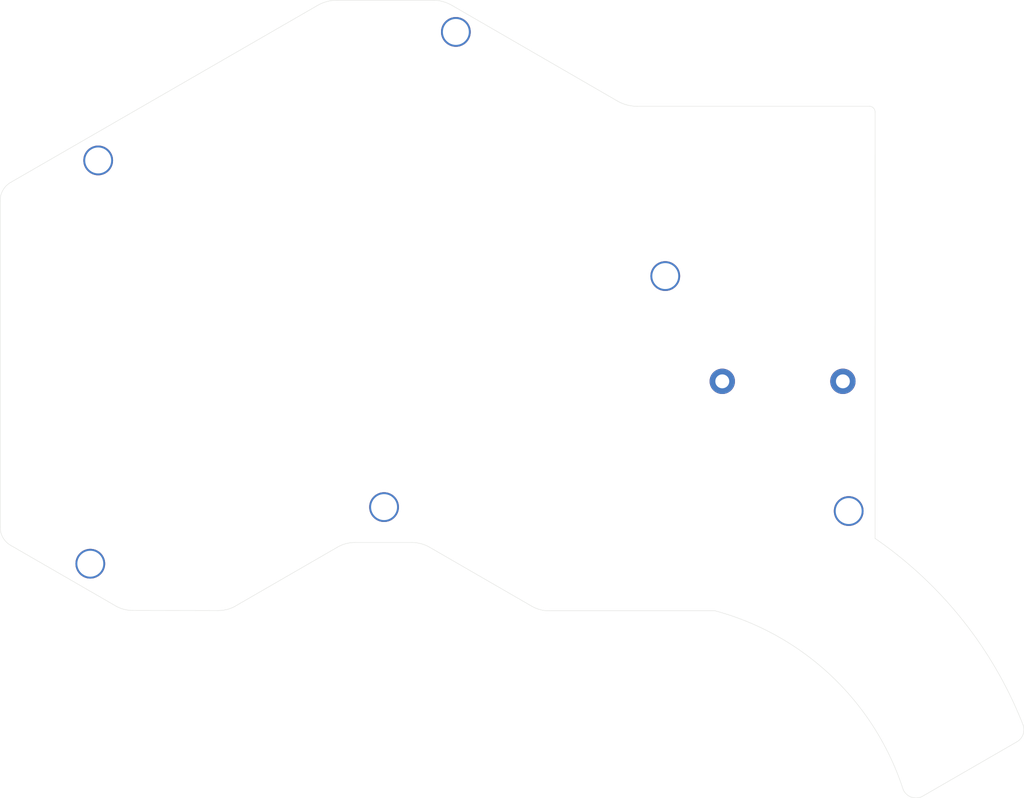
<source format=kicad_pcb>
(kicad_pcb (version 20171130) (host pcbnew 5.1.10-88a1d61d58~90~ubuntu20.04.1)

  (general
    (thickness 1.6)
    (drawings 28)
    (tracks 0)
    (zones 0)
    (modules 8)
    (nets 1)
  )

  (page A4)
  (layers
    (0 F.Cu signal)
    (31 B.Cu signal)
    (32 B.Adhes user)
    (33 F.Adhes user)
    (34 B.Paste user)
    (35 F.Paste user)
    (36 B.SilkS user)
    (37 F.SilkS user)
    (38 B.Mask user)
    (39 F.Mask user)
    (40 Dwgs.User user)
    (41 Cmts.User user)
    (42 Eco1.User user)
    (43 Eco2.User user)
    (44 Edge.Cuts user)
    (45 Margin user)
    (46 B.CrtYd user)
    (47 F.CrtYd user)
    (48 B.Fab user)
    (49 F.Fab user)
  )

  (setup
    (last_trace_width 0.25)
    (trace_clearance 0.2)
    (zone_clearance 0.508)
    (zone_45_only no)
    (trace_min 0.2)
    (via_size 0.8)
    (via_drill 0.4)
    (via_min_size 0.4)
    (via_min_drill 0.3)
    (uvia_size 0.3)
    (uvia_drill 0.1)
    (uvias_allowed no)
    (uvia_min_size 0.2)
    (uvia_min_drill 0.1)
    (edge_width 0.05)
    (segment_width 0.2)
    (pcb_text_width 0.3)
    (pcb_text_size 1.5 1.5)
    (mod_edge_width 0.12)
    (mod_text_size 1 1)
    (mod_text_width 0.15)
    (pad_size 3.429 3.429)
    (pad_drill 3.429)
    (pad_to_mask_clearance 0)
    (aux_axis_origin 0 0)
    (visible_elements FFFFFF7F)
    (pcbplotparams
      (layerselection 0x010fc_7ffffffe)
      (usegerberextensions false)
      (usegerberattributes true)
      (usegerberadvancedattributes true)
      (creategerberjobfile true)
      (excludeedgelayer true)
      (linewidth 0.100000)
      (plotframeref false)
      (viasonmask false)
      (mode 1)
      (useauxorigin false)
      (hpglpennumber 1)
      (hpglpenspeed 20)
      (hpglpendiameter 15.000000)
      (psnegative false)
      (psa4output false)
      (plotreference true)
      (plotvalue true)
      (plotinvisibletext false)
      (padsonsilk false)
      (subtractmaskfromsilk false)
      (outputformat 1)
      (mirror false)
      (drillshape 0)
      (scaleselection 1)
      (outputdirectory "gerbers/"))
  )

  (net 0 "")

  (net_class Default "This is the default net class."
    (clearance 0.2)
    (trace_width 0.25)
    (via_dia 0.8)
    (via_drill 0.4)
    (uvia_dia 0.3)
    (uvia_drill 0.1)
  )

  (module SofleKeyboard-footprint:M2_HOLE_PCB (layer F.Cu) (tedit 5D908E44) (tstamp 6123EBEF)
    (at 179.07 97.79)
    (path /61243782)
    (fp_text reference H7 (at 0 2.7) (layer F.SilkS) hide
      (effects (font (size 1 1) (thickness 0.15)))
    )
    (fp_text value Hole (at 0 -2.6) (layer F.Fab)
      (effects (font (size 1 1) (thickness 0.15)))
    )
    (pad "" thru_hole circle (at 0 0) (size 4 4) (drill 2.2) (layers *.Cu *.Mask Dwgs.User))
  )

  (module SofleKeyboard-footprint:HOLE_M2_TH (layer F.Cu) (tedit 5D908E75) (tstamp 6122C434)
    (at 170.0657 81.1657)
    (path /612F7C28)
    (fp_text reference H5 (at 0 -2.54) (layer F.SilkS) hide
      (effects (font (size 0.29972 0.29972) (thickness 0.0762)))
    )
    (fp_text value Hole (at 0 2.54) (layer F.SilkS) hide
      (effects (font (size 0.29972 0.29972) (thickness 0.0762)))
    )
    (pad "" thru_hole circle (at 0 0 90) (size 4.7 4.7) (drill 4.1) (layers *.Cu *.Mask Dwgs.User)
      (clearance 0.3))
  )

  (module SofleKeyboard-footprint:M2_HOLE_PCB (layer F.Cu) (tedit 5D908E44) (tstamp 6123EBF4)
    (at 198.12 97.79)
    (path /61242DC5)
    (fp_text reference H8 (at 0 2.7) (layer F.SilkS) hide
      (effects (font (size 1 1) (thickness 0.15)))
    )
    (fp_text value Hole (at 0 -2.6) (layer F.Fab)
      (effects (font (size 1 1) (thickness 0.15)))
    )
    (pad "" thru_hole circle (at 0 0) (size 4 4) (drill 2.2) (layers *.Cu *.Mask Dwgs.User))
  )

  (module SofleKeyboard-footprint:HOLE_M2_TH (layer F.Cu) (tedit 5D908E75) (tstamp 6122C42F)
    (at 199.0344 118.2751)
    (path /612F74B1)
    (fp_text reference H4 (at 0 -2.54) (layer F.SilkS) hide
      (effects (font (size 0.29972 0.29972) (thickness 0.0762)))
    )
    (fp_text value Hole (at 0 2.54) (layer F.SilkS) hide
      (effects (font (size 0.29972 0.29972) (thickness 0.0762)))
    )
    (pad "" thru_hole circle (at 0 0 90) (size 4.7 4.7) (drill 4.1) (layers *.Cu *.Mask Dwgs.User)
      (clearance 0.3))
  )

  (module SofleKeyboard-footprint:HOLE_M2_TH (layer F.Cu) (tedit 5D908E75) (tstamp 6122C439)
    (at 136.9949 42.6085)
    (path /612F858D)
    (fp_text reference H6 (at 0 -2.54) (layer F.SilkS) hide
      (effects (font (size 0.29972 0.29972) (thickness 0.0762)))
    )
    (fp_text value Hole (at 0 2.54) (layer F.SilkS) hide
      (effects (font (size 0.29972 0.29972) (thickness 0.0762)))
    )
    (pad "" thru_hole circle (at 0 0 90) (size 4.7 4.7) (drill 4.1) (layers *.Cu *.Mask Dwgs.User)
      (clearance 0.3))
  )

  (module SofleKeyboard-footprint:HOLE_M2_TH (layer F.Cu) (tedit 5D908E75) (tstamp 6122C42A)
    (at 125.6538 117.6528)
    (path /612F683B)
    (fp_text reference H3 (at 0 -2.54) (layer F.SilkS) hide
      (effects (font (size 0.29972 0.29972) (thickness 0.0762)))
    )
    (fp_text value Hole (at 0 2.54) (layer F.SilkS) hide
      (effects (font (size 0.29972 0.29972) (thickness 0.0762)))
    )
    (pad "" thru_hole circle (at 0 0 90) (size 4.7 4.7) (drill 4.1) (layers *.Cu *.Mask Dwgs.User)
      (clearance 0.3))
  )

  (module SofleKeyboard-footprint:HOLE_M2_TH (layer F.Cu) (tedit 5D908E75) (tstamp 6122C425)
    (at 79.2607 126.5936)
    (path /612F6082)
    (fp_text reference H2 (at 0 -2.54) (layer F.SilkS) hide
      (effects (font (size 0.29972 0.29972) (thickness 0.0762)))
    )
    (fp_text value Hole (at 0 2.54) (layer F.SilkS) hide
      (effects (font (size 0.29972 0.29972) (thickness 0.0762)))
    )
    (pad "" thru_hole circle (at 0 0 90) (size 4.7 4.7) (drill 4.1) (layers *.Cu *.Mask Dwgs.User)
      (clearance 0.3))
  )

  (module SofleKeyboard-footprint:HOLE_M2_TH (layer F.Cu) (tedit 5D908E75) (tstamp 6122C420)
    (at 80.5053 62.9031)
    (path /612F1FE8)
    (fp_text reference H1 (at 0 -2.54) (layer F.SilkS) hide
      (effects (font (size 0.29972 0.29972) (thickness 0.0762)))
    )
    (fp_text value Hole (at 0 2.54) (layer F.SilkS) hide
      (effects (font (size 0.29972 0.29972) (thickness 0.0762)))
    )
    (pad "" thru_hole circle (at 0 0 90) (size 4.7 4.7) (drill 4.1) (layers *.Cu *.Mask Dwgs.User)
      (clearance 0.3))
  )

  (gr_arc (start 165.658799 48.006001) (end 162.4838 53.5051) (angle -30.00072778) (layer Edge.Cuts) (width 0.05))
  (gr_line (start 136.398 38.429188) (end 162.4838 53.5051) (layer Edge.Cuts) (width 0.05))
  (gr_arc (start 202.311 55.245) (end 203.2 55.245) (angle -90) (layer Edge.Cuts) (width 0.05))
  (gr_arc (start 151.7396 128.4478) (end 148.9456 133.2865) (angle -30.00333245) (layer Edge.Cuts) (width 0.05))
  (gr_arc (start 130.048001 128.831929) (end 132.842 123.9901) (angle -29.98729699) (layer Edge.Cuts) (width 0.05))
  (gr_arc (start 121.0691 128.8288) (end 121.0691 123.2408) (angle -30.00333245) (layer Edge.Cuts) (width 0.05))
  (gr_arc (start 99.475432 128.427657) (end 99.416568 133.991061) (angle -27.22925645) (layer Edge.Cuts) (width 0.05))
  (gr_arc (start 85.979 128.4097) (end 83.4644 133.3754) (angle -26.85737405) (layer Edge.Cuts) (width 0.05))
  (gr_arc (start 133.223009 43.934772) (end 136.398 38.429188) (angle -26.53397667) (layer Edge.Cuts) (width 0.05))
  (gr_arc (start 118.2878 43.942) (end 118.1608 37.592) (angle -30.03405492) (layer Edge.Cuts) (width 0.05))
  (gr_line (start 121.0691 123.2408) (end 130.048 123.241782) (layer Edge.Cuts) (width 0.05))
  (gr_line (start 118.1608 37.592) (end 133.604076 37.592) (layer Edge.Cuts) (width 0.05))
  (gr_line (start 85.979 133.975793) (end 99.416568 133.991061) (layer Edge.Cuts) (width 0.05))
  (gr_arc (start 224.4979 152.8064) (end 225.6155 154.7114) (angle -79.33416722) (layer Edge.Cuts) (width 0.05))
  (gr_arc (start 209.6643 161.3789) (end 207.6323 162.2425) (angle -91.03723225) (layer Edge.Cuts) (width 0.05))
  (gr_arc (start 68.3514 120.8151) (end 65.024 120.8151) (angle -60.01107915) (layer Edge.Cuts) (width 0.05))
  (gr_line (start 132.842 123.9901) (end 148.9456 133.2865) (layer Edge.Cuts) (width 0.05))
  (gr_line (start 101.968638 133.401474) (end 118.274819 123.989613) (layer Edge.Cuts) (width 0.05))
  (gr_line (start 66.688257 123.697035) (end 83.4644 133.3754) (layer Edge.Cuts) (width 0.05))
  (gr_arc (start 68.352515 69.2531) (end 66.688815 66.3702) (angle -60.01107758) (layer Edge.Cuts) (width 0.05))
  (gr_arc (start 166.751 175.5267) (end 226.576834 152.060687) (angle -34.0324547) (layer Edge.Cuts) (width 0.05))
  (gr_arc (start 166.751 175.5394) (end 207.6323 162.2425) (angle -56.87886571) (layer Edge.Cuts) (width 0.05))
  (gr_line (start 151.7396 134.035237) (end 177.9524 134.0358) (layer Edge.Cuts) (width 0.05))
  (gr_line (start 66.688815 66.3702) (end 114.999584 38.508192) (layer Edge.Cuts) (width 0.05))
  (gr_line (start 165.658799 54.35586) (end 202.311 54.356) (layer Edge.Cuts) (width 0.05))
  (gr_line (start 203.2 55.245) (end 203.196861 122.597659) (layer Edge.Cuts) (width 0.05))
  (gr_line (start 210.564542 163.394934) (end 225.6155 154.7114) (layer Edge.Cuts) (width 0.05))
  (gr_line (start 65.024 69.2531) (end 65.024 120.8151) (layer Edge.Cuts) (width 0.05))

)

</source>
